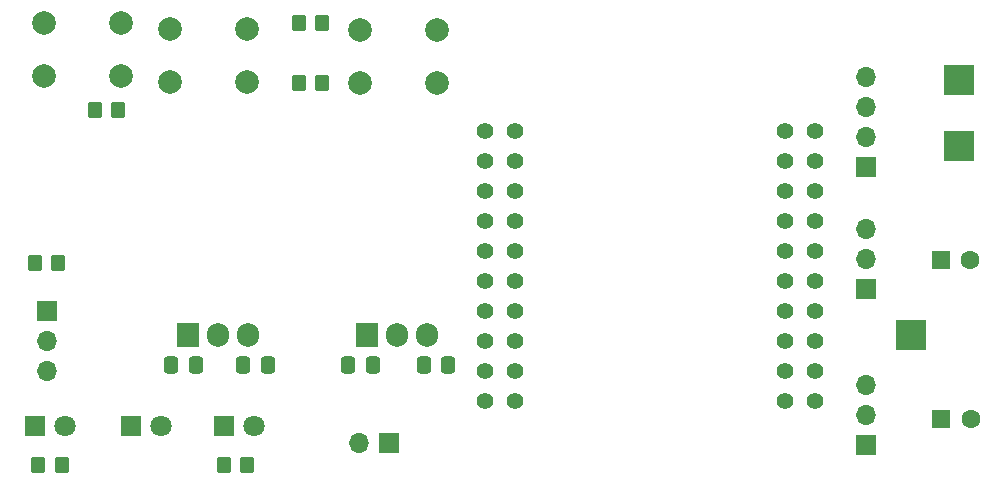
<source format=gbr>
%TF.GenerationSoftware,KiCad,Pcbnew,8.0.6*%
%TF.CreationDate,2024-11-19T15:42:44-05:00*%
%TF.ProjectId,airflow_device,61697266-6c6f-4775-9f64-65766963652e,rev?*%
%TF.SameCoordinates,Original*%
%TF.FileFunction,Soldermask,Top*%
%TF.FilePolarity,Negative*%
%FSLAX46Y46*%
G04 Gerber Fmt 4.6, Leading zero omitted, Abs format (unit mm)*
G04 Created by KiCad (PCBNEW 8.0.6) date 2024-11-19 15:42:44*
%MOMM*%
%LPD*%
G01*
G04 APERTURE LIST*
G04 Aperture macros list*
%AMRoundRect*
0 Rectangle with rounded corners*
0 $1 Rounding radius*
0 $2 $3 $4 $5 $6 $7 $8 $9 X,Y pos of 4 corners*
0 Add a 4 corners polygon primitive as box body*
4,1,4,$2,$3,$4,$5,$6,$7,$8,$9,$2,$3,0*
0 Add four circle primitives for the rounded corners*
1,1,$1+$1,$2,$3*
1,1,$1+$1,$4,$5*
1,1,$1+$1,$6,$7*
1,1,$1+$1,$8,$9*
0 Add four rect primitives between the rounded corners*
20,1,$1+$1,$2,$3,$4,$5,0*
20,1,$1+$1,$4,$5,$6,$7,0*
20,1,$1+$1,$6,$7,$8,$9,0*
20,1,$1+$1,$8,$9,$2,$3,0*%
G04 Aperture macros list end*
%ADD10C,1.400000*%
%ADD11R,2.500000X2.500000*%
%ADD12R,1.600000X1.600000*%
%ADD13C,1.600000*%
%ADD14RoundRect,0.250000X0.337500X0.475000X-0.337500X0.475000X-0.337500X-0.475000X0.337500X-0.475000X0*%
%ADD15RoundRect,0.250000X-0.350000X-0.450000X0.350000X-0.450000X0.350000X0.450000X-0.350000X0.450000X0*%
%ADD16R,1.800000X1.800000*%
%ADD17C,1.800000*%
%ADD18R,1.905000X2.000000*%
%ADD19O,1.905000X2.000000*%
%ADD20RoundRect,0.250000X0.350000X0.450000X-0.350000X0.450000X-0.350000X-0.450000X0.350000X-0.450000X0*%
%ADD21C,2.000000*%
%ADD22R,1.700000X1.700000*%
%ADD23O,1.700000X1.700000*%
%ADD24RoundRect,0.250000X-0.337500X-0.475000X0.337500X-0.475000X0.337500X0.475000X-0.337500X0.475000X0*%
G04 APERTURE END LIST*
D10*
%TO.C,U1*%
X115062000Y-81280000D03*
X117602000Y-81280000D03*
X115062000Y-83820000D03*
X117602000Y-83820000D03*
X115062000Y-86360000D03*
X117602000Y-86360000D03*
X115062000Y-88900000D03*
X117602000Y-88900000D03*
X115062000Y-91440000D03*
X117602000Y-91440000D03*
X115062000Y-93980000D03*
X117602000Y-93980000D03*
X115062000Y-96520000D03*
X117602000Y-96520000D03*
X115062000Y-99060000D03*
X117602000Y-99060000D03*
X115062000Y-101600000D03*
X117602000Y-101600000D03*
X115062000Y-104140000D03*
X117602000Y-104140000D03*
X140462000Y-81280000D03*
X143002000Y-81280000D03*
X140462000Y-83820000D03*
X143002000Y-83820000D03*
X140462000Y-86360000D03*
X143002000Y-86360000D03*
X140462000Y-88900000D03*
X143002000Y-88900000D03*
X140462000Y-91440000D03*
X143002000Y-91440000D03*
X140462000Y-93980000D03*
X143002000Y-93980000D03*
X140462000Y-96520000D03*
X143002000Y-96520000D03*
X140462000Y-99060000D03*
X143002000Y-99060000D03*
X140462000Y-101600000D03*
X143002000Y-101600000D03*
X140462000Y-104140000D03*
X143002000Y-104140000D03*
%TD*%
D11*
%TO.C,TP3*%
X155194000Y-82550000D03*
%TD*%
%TO.C,TP2*%
X151130000Y-98552000D03*
%TD*%
%TO.C,TP1*%
X155194000Y-76962000D03*
%TD*%
D12*
%TO.C,C6*%
X153710000Y-105664000D03*
D13*
X156210000Y-105664000D03*
%TD*%
D12*
%TO.C,C1*%
X153670000Y-92202000D03*
D13*
X156170000Y-92202000D03*
%TD*%
D14*
%TO.C,C5*%
X90607000Y-101092000D03*
X88532000Y-101092000D03*
%TD*%
D15*
%TO.C,R6*%
X76962000Y-92456000D03*
X78962000Y-92456000D03*
%TD*%
D16*
%TO.C,D2*%
X92964000Y-106299000D03*
D17*
X95504000Y-106299000D03*
%TD*%
D18*
%TO.C,U2*%
X89916000Y-98552000D03*
D19*
X92456000Y-98552000D03*
X94996000Y-98552000D03*
%TD*%
D15*
%TO.C,R4*%
X92964000Y-109601000D03*
X94964000Y-109601000D03*
%TD*%
D20*
%TO.C,R2*%
X101314000Y-72136000D03*
X99314000Y-72136000D03*
%TD*%
D15*
%TO.C,R5*%
X77248000Y-109601000D03*
X79248000Y-109601000D03*
%TD*%
D21*
%TO.C,SW2*%
X88444000Y-72644000D03*
X94944000Y-72644000D03*
X88444000Y-77144000D03*
X94944000Y-77144000D03*
%TD*%
%TO.C,SW4*%
X77776000Y-72172000D03*
X84276000Y-72172000D03*
X77776000Y-76672000D03*
X84276000Y-76672000D03*
%TD*%
D15*
%TO.C,R7*%
X82042000Y-79502000D03*
X84042000Y-79502000D03*
%TD*%
D22*
%TO.C,J2*%
X147320000Y-107935000D03*
D23*
X147320000Y-105395000D03*
X147320000Y-102855000D03*
%TD*%
D22*
%TO.C,J4*%
X106934000Y-107696000D03*
D23*
X104394000Y-107696000D03*
%TD*%
D21*
%TO.C,SW3*%
X104498000Y-72716000D03*
X110998000Y-72716000D03*
X104498000Y-77216000D03*
X110998000Y-77216000D03*
%TD*%
D22*
%TO.C,J3*%
X147320000Y-94727000D03*
D23*
X147320000Y-92187000D03*
X147320000Y-89647000D03*
%TD*%
D24*
%TO.C,C2*%
X103518000Y-101092000D03*
X105593000Y-101092000D03*
%TD*%
D22*
%TO.C,J1*%
X147320000Y-84328000D03*
D23*
X147320000Y-81788000D03*
X147320000Y-79248000D03*
X147320000Y-76708000D03*
%TD*%
D24*
%TO.C,C3*%
X109911000Y-101092000D03*
X111986000Y-101092000D03*
%TD*%
D16*
%TO.C,D3*%
X76962000Y-106299000D03*
D17*
X79502000Y-106299000D03*
%TD*%
D18*
%TO.C,U3*%
X105085000Y-98552000D03*
D19*
X107625000Y-98552000D03*
X110165000Y-98552000D03*
%TD*%
D24*
%TO.C,C4*%
X94628000Y-101092000D03*
X96703000Y-101092000D03*
%TD*%
D15*
%TO.C,R3*%
X99314000Y-77216000D03*
X101314000Y-77216000D03*
%TD*%
D22*
%TO.C,SW1*%
X77978000Y-96520000D03*
D23*
X77978000Y-99060000D03*
X77978000Y-101600000D03*
%TD*%
D16*
%TO.C,D1*%
X85090000Y-106299000D03*
D17*
X87630000Y-106299000D03*
%TD*%
M02*

</source>
